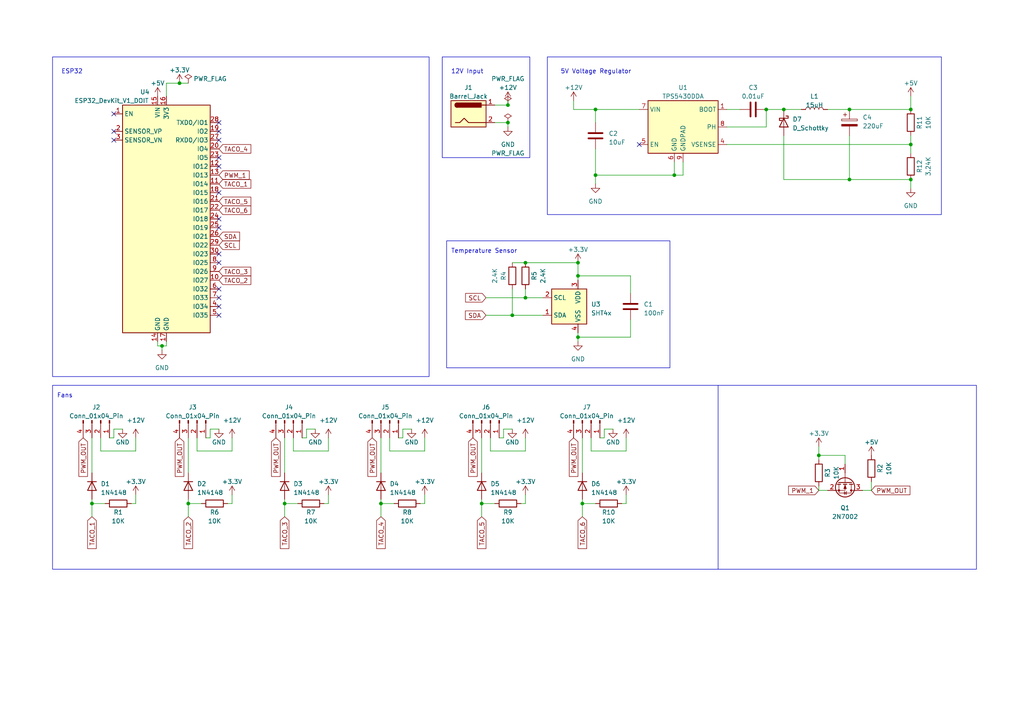
<source format=kicad_sch>
(kicad_sch (version 20230121) (generator eeschema)
  (paper "A4")
  (title_block (title "ESP Fan Controller") (date "2023-04-21") (rev "1.0"))
  (lib_symbols
    (symbol "Connector:Barrel_Jack" (pin_names (offset 1.016))
      (property "Reference" "J" (at 0 5.334 0))
      (property "Value" "Barrel_Jack" (at 0 -5.08 0))
      (symbol "Barrel_Jack_0_1"
        (rectangle (start -5.08 3.81) (end 5.08 -3.81) (stroke (width 0.254)) (fill (type background)))
        (arc (start -3.302 3.175) (mid -3.9343 2.54) (end -3.302 1.905) (stroke (width 0.254)))
        (arc (start -3.302 3.175) (mid -3.9343 2.54) (end -3.302 1.905) (stroke (width 0.254)) (fill (type outline)))
        (polyline (pts (xy 5.08 2.54) (xy 3.81 2.54)) (stroke (width 0.254)))
        (polyline (pts (xy -3.81 -2.54) (xy -2.54 -2.54) (xy -1.27 -1.27) (xy 0 -2.54) (xy 2.54 -2.54) (xy 5.08 -2.54)) (stroke (width 0.254)))
        (rectangle (start 3.683 3.175) (end -3.302 1.905) (stroke (width 0.254)) (fill (type outline)))
      )
      (symbol "Barrel_Jack_1_1"
        (pin passive line (at 7.62 2.54 180) (length 2.54) (name "~") (number "1"))
        (pin passive line (at 7.62 -2.54 180) (length 2.54) (name "~") (number "2"))
      )
    )
    (symbol "Connector:Conn_01x04_Pin" (pin_names (offset 1.016) hide)
      (property "Reference" "J" (at 0 5.08 0))
      (property "Value" "Conn_01x04_Pin" (at 0 -7.62 0))
      (symbol "Conn_01x04_Pin_1_1"
        (polyline (pts (xy 1.27 -5.08) (xy 0.8636 -5.08)) (stroke (width 0.1524)))
        (polyline (pts (xy 1.27 -2.54) (xy 0.8636 -2.54)) (stroke (width 0.1524)))
        (polyline (pts (xy 1.27 0) (xy 0.8636 0)) (stroke (width 0.1524)))
        (polyline (pts (xy 1.27 2.54) (xy 0.8636 2.54)) (stroke (width 0.1524)))
        (rectangle (start 0.8636 -4.953) (end 0 -5.207) (stroke (width 0.1524)) (fill (type outline)))
        (rectangle (start 0.8636 -2.413) (end 0 -2.667) (stroke (width 0.1524)) (fill (type outline)))
        (rectangle (start 0.8636 0.127) (end 0 -0.127) (stroke (width 0.1524)) (fill (type outline)))
        (rectangle (start 0.8636 2.667) (end 0 2.413) (stroke (width 0.1524)) (fill (type outline)))
        (pin passive line (at 5.08 2.54 180) (length 3.81) (name "Pin_1") (number "1"))
        (pin passive line (at 5.08 0 180) (length 3.81) (name "Pin_2") (number "2"))
        (pin passive line (at 5.08 -2.54 180) (length 3.81) (name "Pin_3") (number "3"))
        (pin passive line (at 5.08 -5.08 180) (length 3.81) (name "Pin_4") (number "4"))
      )
    )
    (symbol "Device:C" (pin_numbers hide) (pin_names (offset 0.254))
      (property "Reference" "C" (at 0.635 2.54 0))
      (property "Value" "C" (at 0.635 -2.54 0))
      (symbol "C_0_1"
        (polyline (pts (xy -2.032 -0.762) (xy 2.032 -0.762)) (stroke (width 0.508)))
        (polyline (pts (xy -2.032 0.762) (xy 2.032 0.762)) (stroke (width 0.508)))
      )
      (symbol "C_1_1"
        (pin passive line (at 0 3.81 270) (length 2.794) (name "~") (number "1"))
        (pin passive line (at 0 -3.81 90) (length 2.794) (name "~") (number "2"))
      )
    )
    (symbol "Device:C_Polarized" (pin_numbers hide) (pin_names (offset 0.254))
      (property "Reference" "C" (at 0.635 2.54 0))
      (property "Value" "C_Polarized" (at 0.635 -2.54 0))
      (symbol "C_Polarized_0_1"
        (rectangle (start -2.286 0.508) (end 2.286 1.016))
        (polyline (pts (xy -1.778 2.286) (xy -0.762 2.286)))
        (polyline (pts (xy -1.27 2.794) (xy -1.27 1.778)))
        (rectangle (start 2.286 -0.508) (end -2.286 -1.016) (fill (type outline)))
      )
      (symbol "C_Polarized_1_1"
        (pin passive line (at 0 3.81 270) (length 2.794) (name "~") (number "1"))
        (pin passive line (at 0 -3.81 90) (length 2.794) (name "~") (number "2"))
      )
    )
    (symbol "Device:D_Schottky" (pin_numbers hide) (pin_names (offset 1.016) hide)
      (property "Reference" "D" (at 0 2.54 0))
      (property "Value" "D_Schottky" (at 0 -2.54 0))
      (symbol "D_Schottky_0_1"
        (polyline (pts (xy 1.27 0) (xy -1.27 0)))
        (polyline (pts (xy 1.27 1.27) (xy 1.27 -1.27) (xy -1.27 0) (xy 1.27 1.27)) (stroke (width 0.254)))
        (polyline (pts (xy -1.905 0.635) (xy -1.905 1.27) (xy -1.27 1.27) (xy -1.27 -1.27) (xy -0.635 -1.27) (xy -0.635 -0.635)) (stroke (width 0.254)))
      )
      (symbol "D_Schottky_1_1"
        (pin passive line (at -3.81 0 0) (length 2.54) (name "K") (number "1"))
        (pin passive line (at 3.81 0 180) (length 2.54) (name "A") (number "2"))
      )
    )
    (symbol "Device:L" (pin_numbers hide) (pin_names (offset 1.016) hide)
      (property "Reference" "L" (at -1.27 0 90))
      (property "Value" "L" (at 1.905 0 90))
      (symbol "L_0_1"
        (arc (start 0 -2.54) (mid 0.6323 -1.905) (end 0 -1.27))
        (arc (start 0 -1.27) (mid 0.6323 -0.635) (end 0 0))
        (arc (start 0 0) (mid 0.6323 0.635) (end 0 1.27))
        (arc (start 0 1.27) (mid 0.6323 1.905) (end 0 2.54))
      )
      (symbol "L_1_1"
        (pin passive line (at 0 3.81 270) (length 1.27) (name "1") (number "1"))
        (pin passive line (at 0 -3.81 90) (length 1.27) (name "2") (number "2"))
      )
    )
    (symbol "Device:R" (pin_numbers hide) (pin_names (offset 0))
      (property "Reference" "R" (at 2.032 0 90))
      (property "Value" "R" (at 0 0 90))
      (symbol "R_0_1"
        (rectangle (start -1.016 -2.54) (end 1.016 2.54) (stroke (width 0.254)))
      )
      (symbol "R_1_1"
        (pin passive line (at 0 3.81 270) (length 1.27) (name "~") (number "1"))
        (pin passive line (at 0 -3.81 90) (length 1.27) (name "~") (number "2"))
      )
    )
    (symbol "Diode:1N4148" (pin_numbers hide) (pin_names hide)
      (property "Reference" "D" (at 0 2.54 0))
      (property "Value" "1N4148" (at 0 -2.54 0))
      (symbol "1N4148_0_1"
        (polyline (pts (xy -1.27 1.27) (xy -1.27 -1.27)) (stroke (width 0.254)))
        (polyline (pts (xy 1.27 0) (xy -1.27 0)))
        (polyline (pts (xy 1.27 1.27) (xy 1.27 -1.27) (xy -1.27 0) (xy 1.27 1.27)) (stroke (width 0.254)))
      )
      (symbol "1N4148_1_1"
        (pin passive line (at -3.81 0 0) (length 2.54) (name "K") (number "1"))
        (pin passive line (at 3.81 0 180) (length 2.54) (name "A") (number "2"))
      )
    )
    (symbol "ESP32:ESP32_DevKit_V1_DOIT"
      (property "Reference" "U" (at -11.43 34.29 0))
      (property "Value" "ESP32_DevKit_V1_DOIT" (at 11.43 34.29 0))
      (symbol "ESP32_DevKit_V1_DOIT_1_1"
        (rectangle (start -12.7 33.02) (end 12.7 -33.02) (stroke (width 0.254)) (fill (type background)))
        (pin input line (at -15.24 30.48 0) (length 2.54) (name "EN") (number "1"))
        (pin bidirectional line (at 15.24 -17.78 180) (length 2.54) (name "IO27") (number "10"))
        (pin bidirectional line (at 15.24 10.16 180) (length 2.54) (name "IO14") (number "11"))
        (pin bidirectional line (at 15.24 15.24 180) (length 2.54) (name "IO12") (number "12"))
        (pin bidirectional line (at 15.24 12.7 180) (length 2.54) (name "IO13") (number "13"))
        (pin power_in line (at -2.54 -35.56 90) (length 2.54) (name "GND") (number "14"))
        (pin power_in line (at -2.54 35.56 270) (length 2.54) (name "VIN") (number "15"))
        (pin power_in line (at 0 35.56 270) (length 2.54) (name "3V3") (number "16"))
        (pin power_in line (at 0 -35.56 90) (length 2.54) (name "GND") (number "17"))
        (pin bidirectional line (at 15.24 7.62 180) (length 2.54) (name "IO15") (number "18"))
        (pin bidirectional line (at 15.24 25.4 180) (length 2.54) (name "IO2") (number "19"))
        (pin input line (at -15.24 25.4 0) (length 2.54) (name "SENSOR_VP") (number "2"))
        (pin bidirectional line (at 15.24 20.32 180) (length 2.54) (name "IO4") (number "20"))
        (pin bidirectional line (at 15.24 5.08 180) (length 2.54) (name "IO16") (number "21"))
        (pin bidirectional line (at 15.24 2.54 180) (length 2.54) (name "IO17") (number "22"))
        (pin bidirectional line (at 15.24 17.78 180) (length 2.54) (name "IO5") (number "23"))
        (pin bidirectional line (at 15.24 0 180) (length 2.54) (name "IO18") (number "24"))
        (pin bidirectional line (at 15.24 -2.54 180) (length 2.54) (name "IO19") (number "25"))
        (pin bidirectional line (at 15.24 -5.08 180) (length 2.54) (name "IO21") (number "26"))
        (pin bidirectional line (at 15.24 22.86 180) (length 2.54) (name "RXD0/IO3") (number "27"))
        (pin bidirectional line (at 15.24 27.94 180) (length 2.54) (name "TXD0/IO1") (number "28"))
        (pin bidirectional line (at 15.24 -7.62 180) (length 2.54) (name "IO22") (number "29"))
        (pin input line (at -15.24 22.86 0) (length 2.54) (name "SENSOR_VN") (number "3"))
        (pin bidirectional line (at 15.24 -10.16 180) (length 2.54) (name "IO23") (number "30"))
        (pin input line (at 15.24 -25.4 180) (length 2.54) (name "IO34") (number "4"))
        (pin input line (at 15.24 -27.94 180) (length 2.54) (name "IO35") (number "5"))
        (pin bidirectional line (at 15.24 -20.32 180) (length 2.54) (name "IO32") (number "6"))
        (pin bidirectional line (at 15.24 -22.86 180) (length 2.54) (name "IO33") (number "7"))
        (pin bidirectional line (at 15.24 -12.7 180) (length 2.54) (name "IO25") (number "8"))
        (pin bidirectional line (at 15.24 -15.24 180) (length 2.54) (name "IO26") (number "9"))
      )
    )
    (symbol "Regulator_Switching:TPS5430DDA"
      (property "Reference" "U" (at -10.16 8.89 0))
      (property "Value" "TPS5430DDA" (at -1.27 8.89 0))
      (symbol "TPS5430DDA_0_1"
        (rectangle (start -10.16 7.62) (end 10.16 -7.62) (stroke (width 0.254)) (fill (type background)))
      )
      (symbol "TPS5430DDA_1_1"
        (pin input line (at 12.7 5.08 180) (length 2.54) (name "BOOT") (number "1"))
        (pin no_connect line (at -10.16 2.54 0) (length 2.54) hide (name "NC") (number "2"))
        (pin no_connect line (at -10.16 -2.54 0) (length 2.54) hide (name "NC") (number "3"))
        (pin input line (at 12.7 -5.08 180) (length 2.54) (name "VSENSE") (number "4"))
        (pin input line (at -12.7 -5.08 0) (length 2.54) (name "EN") (number "5"))
        (pin power_in line (at -2.54 -10.16 90) (length 2.54) (name "GND") (number "6"))
        (pin power_in line (at -12.7 5.08 0) (length 2.54) (name "VIN") (number "7"))
        (pin output line (at 12.7 0 180) (length 2.54) (name "PH") (number "8"))
        (pin power_in line (at 0 -10.16 90) (length 2.54) (name "GNDPAD") (number "9"))
      )
    )
    (symbol "Sensor_Humidity:SHT4x"
      (property "Reference" "U" (at 0 8.89 0))
      (property "Value" "SHT4x" (at 0 6.35 0))
      (symbol "SHT4x_1_1"
        (rectangle (start -5.08 5.08) (end 5.08 -5.08) (stroke (width 0.254)) (fill (type background)))
        (pin bidirectional line (at -7.62 -2.54 0) (length 2.54) (name "SDA") (number "1"))
        (pin input line (at -7.62 2.54 0) (length 2.54) (name "SCL") (number "2"))
        (pin power_in line (at 2.54 7.62 270) (length 2.54) (name "VDD") (number "3"))
        (pin power_in line (at 2.54 -7.62 90) (length 2.54) (name "VSS") (number "4"))
      )
    )
    (symbol "Transistor_FET:2N7002" (pin_names hide)
      (property "Reference" "Q" (at 5.08 1.905 0))
      (property "Value" "2N7002" (at 5.08 0 0))
      (symbol "2N7002_0_1"
        (polyline (pts (xy 0.254 0) (xy -2.54 0)))
        (polyline (pts (xy 0.254 1.905) (xy 0.254 -1.905)) (stroke (width 0.254)))
        (polyline (pts (xy 0.762 -1.27) (xy 0.762 -2.286)) (stroke (width 0.254)))
        (polyline (pts (xy 0.762 0.508) (xy 0.762 -0.508)) (stroke (width 0.254)))
        (polyline (pts (xy 0.762 2.286) (xy 0.762 1.27)) (stroke (width 0.254)))
        (polyline (pts (xy 2.54 2.54) (xy 2.54 1.778)))
        (polyline (pts (xy 2.54 -2.54) (xy 2.54 0) (xy 0.762 0)))
        (polyline (pts (xy 0.762 -1.778) (xy 3.302 -1.778) (xy 3.302 1.778) (xy 0.762 1.778)))
        (polyline (pts (xy 1.016 0) (xy 2.032 0.381) (xy 2.032 -0.381) (xy 1.016 0)) (fill (type outline)))
        (polyline (pts (xy 2.794 0.508) (xy 2.921 0.381) (xy 3.683 0.381) (xy 3.81 0.254)))
        (polyline (pts (xy 3.302 0.381) (xy 2.921 -0.254) (xy 3.683 -0.254) (xy 3.302 0.381)))
        (circle (center 1.651 0) (radius 2.794) (stroke (width 0.254)))
        (circle (center 2.54 -1.778) (radius 0.254) (fill (type outline)))
        (circle (center 2.54 1.778) (radius 0.254) (fill (type outline)))
      )
      (symbol "2N7002_1_1"
        (pin input line (at -5.08 0 0) (length 2.54) (name "G") (number "1"))
        (pin passive line (at 2.54 -5.08 90) (length 2.54) (name "S") (number "2"))
        (pin passive line (at 2.54 5.08 270) (length 2.54) (name "D") (number "3"))
      )
    )
    (symbol "power:+12V" (power) (pin_names (offset 0))
      (property "Value" "+12V" (at 0 3.556 0))
      (symbol "+12V_0_1"
        (polyline (pts (xy -0.762 1.27) (xy 0 2.54)))
        (polyline (pts (xy 0 0) (xy 0 2.54)))
        (polyline (pts (xy 0 2.54) (xy 0.762 1.27)))
      )
      (symbol "+12V_1_1"
        (pin power_in line (at 0 0 90) (length 0) hide (name "+12V") (number "1"))
      )
    )
    (symbol "power:+3.3V" (power) (pin_names (offset 0))
      (property "Value" "+3.3V" (at 0 3.556 0))
      (symbol "+3.3V_0_1"
        (polyline (pts (xy -0.762 1.27) (xy 0 2.54)))
        (polyline (pts (xy 0 0) (xy 0 2.54)))
        (polyline (pts (xy 0 2.54) (xy 0.762 1.27)))
      )
      (symbol "+3.3V_1_1"
        (pin power_in line (at 0 0 90) (length 0) hide (name "+3.3V") (number "1"))
      )
    )
    (symbol "power:+5V" (power) (pin_names (offset 0))
      (property "Value" "+5V" (at 0 3.556 0))
      (symbol "+5V_0_1"
        (polyline (pts (xy -0.762 1.27) (xy 0 2.54)))
        (polyline (pts (xy 0 0) (xy 0 2.54)))
        (polyline (pts (xy 0 2.54) (xy 0.762 1.27)))
      )
      (symbol "+5V_1_1"
        (pin power_in line (at 0 0 90) (length 0) hide (name "+5V") (number "1"))
      )
    )
    (symbol "power:GND" (power) (pin_names (offset 0))
      (property "Value" "GND" (at 0 -3.81 0))
      (symbol "GND_0_1"
        (polyline (pts (xy 0 0) (xy 0 -1.27) (xy 1.27 -1.27) (xy 0 -2.54) (xy -1.27 -1.27) (xy 0 -1.27)))
      )
      (symbol "GND_1_1"
        (pin power_in line (at 0 0 270) (length 0) hide (name "GND") (number "1"))
      )
    )
    (symbol "power:PWR_FLAG" (power) (pin_numbers hide) (pin_names (offset 0) hide)
      (property "Value" "PWR_FLAG" (at 0 3.81 0))
      (symbol "PWR_FLAG_0_0"
        (pin power_out line (at 0 0 90) (length 0) (name "pwr") (number "1"))
      )
      (symbol "PWR_FLAG_0_1"
        (polyline (pts (xy 0 0) (xy 0 1.27) (xy -1.016 1.905) (xy 0 2.54) (xy 1.016 1.905) (xy 0 1.27)))
      )
    )
  )
  (junction (at 54.61 146.05))
  (junction (at 168.91 146.05))
  (junction (at 167.64 97.79))
  (junction (at 82.55 146.05))
  (junction (at 148.59 91.44))
  (junction (at 172.72 50.8))
  (junction (at 264.16 52.07))
  (junction (at 264.16 31.75))
  (junction (at 237.49 132.08))
  (junction (at 167.64 76.2))
  (junction (at 147.32 30.48))
  (junction (at 46.99 100.33))
  (junction (at 172.72 31.75))
  (junction (at 195.58 50.8))
  (junction (at 139.7 146.05))
  (junction (at 152.4 86.36))
  (junction (at 152.4 76.2))
  (junction (at 246.38 52.07))
  (junction (at 264.16 41.91))
  (junction (at 147.32 35.56))
  (junction (at 52.07 24.13))
  (junction (at 167.64 80.01))
  (junction (at 227.33 31.75))
  (junction (at 222.25 31.75))
  (junction (at 246.38 31.75))
  (junction (at 26.67 146.05))
  (junction (at 110.49 146.05))
  (no_connect (at 63.5 40.64))
  (no_connect (at 63.5 35.56))
  (no_connect (at 63.5 86.36))
  (no_connect (at 33.02 38.1))
  (no_connect (at 63.5 66.04))
  (no_connect (at 63.5 76.2))
  (no_connect (at 33.02 33.02))
  (no_connect (at 185.42 41.91))
  (no_connect (at 33.02 40.64))
  (no_connect (at 63.5 45.72))
  (no_connect (at 63.5 63.5))
  (no_connect (at 63.5 83.82))
  (no_connect (at 63.5 73.66))
  (no_connect (at 63.5 91.44))
  (no_connect (at 63.5 48.26))
  (no_connect (at 63.5 55.88))
  (no_connect (at 63.5 88.9))
  (no_connect (at 63.5 38.1))
  (wire (pts (xy 139.7 127) (xy 139.7 137.16)))
  (wire (pts (xy 48.26 99.06) (xy 48.26 100.33)))
  (wire (pts (xy 140.97 91.44) (xy 148.59 91.44)))
  (wire (pts (xy 237.49 132.08) (xy 237.49 133.35)))
  (wire (pts (xy 63.5 124.46) (xy 60.96 124.46)))
  (wire (pts (xy 152.4 143.51) (xy 152.4 146.05)))
  (wire (pts (xy 172.72 31.75) (xy 185.42 31.75)))
  (wire (pts (xy 152.4 83.82) (xy 152.4 86.36)))
  (wire (pts (xy 110.49 146.05) (xy 110.49 149.86)))
  (wire (pts (xy 198.12 50.8) (xy 195.58 50.8)))
  (wire (pts (xy 148.59 124.46) (xy 146.05 124.46)))
  (wire (pts (xy 88.9 124.46) (xy 88.9 127)))
  (polyline (pts (xy 208.28 111.76) (xy 208.28 165.1)))
  (wire (pts (xy 245.11 134.62) (xy 245.11 132.08)))
  (wire (pts (xy 237.49 142.24) (xy 240.03 142.24)))
  (wire (pts (xy 119.38 124.46) (xy 116.84 124.46)))
  (wire (pts (xy 227.33 31.75) (xy 232.41 31.75)))
  (wire (pts (xy 264.16 41.91) (xy 264.16 44.45)))
  (wire (pts (xy 82.55 127) (xy 82.55 137.16)))
  (wire (pts (xy 222.25 36.83) (xy 222.25 31.75)))
  (wire (pts (xy 26.67 146.05) (xy 26.67 149.86)))
  (wire (pts (xy 60.96 124.46) (xy 60.96 127)))
  (wire (pts (xy 82.55 146.05) (xy 86.36 146.05)))
  (wire (pts (xy 227.33 39.37) (xy 227.33 52.07)))
  (wire (pts (xy 264.16 52.07) (xy 264.16 54.61)))
  (wire (pts (xy 210.82 41.91) (xy 264.16 41.91)))
  (wire (pts (xy 148.59 91.44) (xy 157.48 91.44)))
  (wire (pts (xy 66.04 146.05) (xy 67.31 146.05)))
  (wire (pts (xy 168.91 144.78) (xy 168.91 146.05)))
  (wire (pts (xy 252.73 142.24) (xy 252.73 139.7)))
  (wire (pts (xy 54.61 146.05) (xy 54.61 149.86)))
  (wire (pts (xy 29.21 130.81) (xy 39.37 130.81)))
  (wire (pts (xy 38.1 146.05) (xy 39.37 146.05)))
  (wire (pts (xy 171.45 130.81) (xy 181.61 130.81)))
  (wire (pts (xy 210.82 36.83) (xy 222.25 36.83)))
  (wire (pts (xy 91.44 124.46) (xy 88.9 124.46)))
  (wire (pts (xy 26.67 127) (xy 26.67 137.16)))
  (wire (pts (xy 147.32 35.56) (xy 147.32 36.83)))
  (wire (pts (xy 264.16 39.37) (xy 264.16 41.91)))
  (wire (pts (xy 167.64 76.2) (xy 167.64 80.01)))
  (wire (pts (xy 48.26 100.33) (xy 46.99 100.33)))
  (wire (pts (xy 175.26 124.46) (xy 175.26 127)))
  (wire (pts (xy 168.91 146.05) (xy 172.72 146.05)))
  (wire (pts (xy 82.55 144.78) (xy 82.55 146.05)))
  (wire (pts (xy 26.67 144.78) (xy 26.67 146.05)))
  (wire (pts (xy 113.03 127) (xy 113.03 130.81)))
  (wire (pts (xy 142.24 127) (xy 142.24 130.81)))
  (wire (pts (xy 171.45 127) (xy 171.45 130.81)))
  (wire (pts (xy 139.7 146.05) (xy 143.51 146.05)))
  (wire (pts (xy 54.61 144.78) (xy 54.61 146.05)))
  (wire (pts (xy 54.61 146.05) (xy 58.42 146.05)))
  (wire (pts (xy 195.58 46.99) (xy 195.58 50.8)))
  (wire (pts (xy 26.67 146.05) (xy 30.48 146.05)))
  (wire (pts (xy 48.26 24.13) (xy 52.07 24.13)))
  (wire (pts (xy 167.64 80.01) (xy 167.64 81.28)))
  (wire (pts (xy 167.64 80.01) (xy 182.88 80.01)))
  (wire (pts (xy 210.82 31.75) (xy 214.63 31.75)))
  (wire (pts (xy 250.19 142.24) (xy 252.73 142.24)))
  (wire (pts (xy 39.37 143.51) (xy 39.37 146.05)))
  (wire (pts (xy 148.59 83.82) (xy 148.59 91.44)))
  (wire (pts (xy 182.88 85.09) (xy 182.88 80.01)))
  (wire (pts (xy 152.4 127) (xy 152.4 130.81)))
  (wire (pts (xy 198.12 46.99) (xy 198.12 50.8)))
  (wire (pts (xy 177.8 124.46) (xy 175.26 124.46)))
  (wire (pts (xy 142.24 130.81) (xy 152.4 130.81)))
  (wire (pts (xy 85.09 127) (xy 85.09 130.81)))
  (wire (pts (xy 60.96 127) (xy 59.69 127)))
  (wire (pts (xy 167.64 97.79) (xy 167.64 99.06)))
  (wire (pts (xy 82.55 146.05) (xy 82.55 149.86)))
  (wire (pts (xy 139.7 144.78) (xy 139.7 146.05)))
  (wire (pts (xy 182.88 97.79) (xy 167.64 97.79)))
  (wire (pts (xy 45.72 99.06) (xy 45.72 100.33)))
  (wire (pts (xy 152.4 86.36) (xy 157.48 86.36)))
  (wire (pts (xy 33.02 124.46) (xy 33.02 127)))
  (wire (pts (xy 123.19 127) (xy 123.19 130.81)))
  (wire (pts (xy 181.61 127) (xy 181.61 130.81)))
  (wire (pts (xy 146.05 127) (xy 144.78 127)))
  (wire (pts (xy 172.72 43.18) (xy 172.72 50.8)))
  (wire (pts (xy 152.4 76.2) (xy 167.64 76.2)))
  (wire (pts (xy 146.05 124.46) (xy 146.05 127)))
  (wire (pts (xy 140.97 86.36) (xy 152.4 86.36)))
  (wire (pts (xy 57.15 130.81) (xy 67.31 130.81)))
  (wire (pts (xy 246.38 39.37) (xy 246.38 52.07)))
  (wire (pts (xy 33.02 127) (xy 31.75 127)))
  (wire (pts (xy 85.09 130.81) (xy 95.25 130.81)))
  (wire (pts (xy 237.49 140.97) (xy 237.49 142.24)))
  (wire (pts (xy 95.25 127) (xy 95.25 130.81)))
  (wire (pts (xy 264.16 27.94) (xy 264.16 31.75)))
  (wire (pts (xy 57.15 127) (xy 57.15 130.81)))
  (wire (pts (xy 93.98 146.05) (xy 95.25 146.05)))
  (wire (pts (xy 48.26 27.94) (xy 48.26 24.13)))
  (wire (pts (xy 52.07 24.13) (xy 54.61 24.13)))
  (wire (pts (xy 110.49 127) (xy 110.49 137.16)))
  (wire (pts (xy 88.9 127) (xy 87.63 127)))
  (wire (pts (xy 54.61 127) (xy 54.61 137.16)))
  (wire (pts (xy 182.88 92.71) (xy 182.88 97.79)))
  (wire (pts (xy 143.51 35.56) (xy 147.32 35.56)))
  (wire (pts (xy 148.59 76.2) (xy 152.4 76.2)))
  (wire (pts (xy 113.03 130.81) (xy 123.19 130.81)))
  (wire (pts (xy 110.49 146.05) (xy 114.3 146.05)))
  (wire (pts (xy 222.25 31.75) (xy 227.33 31.75)))
  (wire (pts (xy 195.58 50.8) (xy 172.72 50.8)))
  (wire (pts (xy 116.84 127) (xy 115.57 127)))
  (wire (pts (xy 143.51 30.48) (xy 147.32 30.48)))
  (wire (pts (xy 245.11 132.08) (xy 237.49 132.08)))
  (wire (pts (xy 67.31 127) (xy 67.31 130.81)))
  (wire (pts (xy 180.34 146.05) (xy 181.61 146.05)))
  (wire (pts (xy 67.31 143.51) (xy 67.31 146.05)))
  (wire (pts (xy 168.91 146.05) (xy 168.91 149.86)))
  (wire (pts (xy 246.38 52.07) (xy 264.16 52.07)))
  (wire (pts (xy 35.56 124.46) (xy 33.02 124.46)))
  (wire (pts (xy 237.49 129.54) (xy 237.49 132.08)))
  (wire (pts (xy 123.19 143.51) (xy 123.19 146.05)))
  (wire (pts (xy 39.37 127) (xy 39.37 130.81)))
  (wire (pts (xy 181.61 143.51) (xy 181.61 146.05)))
  (wire (pts (xy 95.25 143.51) (xy 95.25 146.05)))
  (wire (pts (xy 240.03 31.75) (xy 246.38 31.75)))
  (wire (pts (xy 166.37 31.75) (xy 172.72 31.75)))
  (wire (pts (xy 166.37 29.21) (xy 166.37 31.75)))
  (wire (pts (xy 110.49 144.78) (xy 110.49 146.05)))
  (wire (pts (xy 46.99 100.33) (xy 46.99 101.6)))
  (wire (pts (xy 172.72 35.56) (xy 172.72 31.75)))
  (wire (pts (xy 227.33 52.07) (xy 246.38 52.07)))
  (wire (pts (xy 168.91 127) (xy 168.91 137.16)))
  (wire (pts (xy 116.84 124.46) (xy 116.84 127)))
  (wire (pts (xy 45.72 100.33) (xy 46.99 100.33)))
  (wire (pts (xy 121.92 146.05) (xy 123.19 146.05)))
  (wire (pts (xy 246.38 31.75) (xy 264.16 31.75)))
  (wire (pts (xy 167.64 96.52) (xy 167.64 97.79)))
  (wire (pts (xy 147.32 30.48) (xy 147.32 29.21)))
  (wire (pts (xy 29.21 127) (xy 29.21 130.81)))
  (wire (pts (xy 151.13 146.05) (xy 152.4 146.05)))
  (wire (pts (xy 175.26 127) (xy 173.99 127)))
  (wire (pts (xy 172.72 50.8) (xy 172.72 53.34)))
  (wire (pts (xy 139.7 146.05) (xy 139.7 149.86)))
  (rectangle (start 158.75 16.51) (end 273.05 62.23))
  (rectangle (start 129.54 69.85) (end 194.31 106.68))
  (rectangle (start 15.24 16.51) (end 124.46 109.22))
  (rectangle (start 15.24 111.76) (end 283.21 165.1))
  (rectangle (start 128.27 16.51) (end 153.67 45.72))
  (text "5V Voltage Regulator" (at 162.56 21.59 0) (effects (font (size 1.27 1.27)) (justify left bottom)))
  (text "Fans" (at 16.51 115.57 0) (effects (font (size 1.27 1.27)) (justify left bottom)))
  (text "ESP32" (at 17.78 21.59 0) (effects (font (size 1.27 1.27)) (justify left bottom)))
  (text "12V Input" (at 130.81 21.59 0) (effects (font (size 1.27 1.27)) (justify left bottom)))
  (text "Temperature Sensor" (at 130.81 73.66 0) (effects (font (size 1.27 1.27)) (justify left bottom)))
  (global_label "TACO_2" (shape input) (at 63.5 81.28 0) (property "Intersheetrefs" "${INTERSHEET_REFS}" (effects hide)))
  (global_label "PWM_OUT" (shape input) (at 24.13 127 270) (property "Intersheetrefs" "${INTERSHEET_REFS}" (effects hide)))
  (global_label "PWM_1" (shape input) (at 63.5 50.8 0) (property "Intersheetrefs" "${INTERSHEET_REFS}" (effects hide)))
  (global_label "SDA" (shape input) (at 63.5 68.58 0) (property "Intersheetrefs" "${INTERSHEET_REFS}" (effects hide)))
  (global_label "PWM_OUT" (shape input) (at 166.37 127 270) (property "Intersheetrefs" "${INTERSHEET_REFS}" (effects hide)))
  (global_label "SDA" (shape input) (at 140.97 91.44 180) (property "Intersheetrefs" "${INTERSHEET_REFS}" (effects hide)))
  (global_label "TACO_1" (shape input) (at 63.5 53.34 0) (property "Intersheetrefs" "${INTERSHEET_REFS}" (effects hide)))
  (global_label "PWM_OUT" (shape input) (at 107.95 127 270) (property "Intersheetrefs" "${INTERSHEET_REFS}" (effects hide)))
  (global_label "TACO_5" (shape input) (at 139.7 149.86 270) (property "Intersheetrefs" "${INTERSHEET_REFS}" (effects hide)))
  (global_label "TACO_6" (shape input) (at 168.91 149.86 270) (property "Intersheetrefs" "${INTERSHEET_REFS}" (effects hide)))
  (global_label "PWM_OUT" (shape input) (at 52.07 127 270) (property "Intersheetrefs" "${INTERSHEET_REFS}" (effects hide)))
  (global_label "PWM_OUT" (shape input) (at 137.16 127 270) (property "Intersheetrefs" "${INTERSHEET_REFS}" (effects hide)))
  (global_label "SCL" (shape input) (at 140.97 86.36 180) (property "Intersheetrefs" "${INTERSHEET_REFS}" (effects hide)))
  (global_label "TACO_4" (shape input) (at 63.5 43.18 0) (property "Intersheetrefs" "${INTERSHEET_REFS}" (effects hide)))
  (global_label "TACO_6" (shape input) (at 63.5 60.96 0) (property "Intersheetrefs" "${INTERSHEET_REFS}" (effects hide)))
  (global_label "PWM_OUT" (shape input) (at 80.01 127 270) (property "Intersheetrefs" "${INTERSHEET_REFS}" (effects hide)))
  (global_label "PWM_1" (shape input) (at 237.49 142.24 180) (property "Intersheetrefs" "${INTERSHEET_REFS}" (effects hide)))
  (global_label "TACO_2" (shape input) (at 54.61 149.86 270) (property "Intersheetrefs" "${INTERSHEET_REFS}" (effects hide)))
  (global_label "TACO_3" (shape input) (at 82.55 149.86 270) (property "Intersheetrefs" "${INTERSHEET_REFS}" (effects hide)))
  (global_label "TACO_3" (shape input) (at 63.5 78.74 0) (property "Intersheetrefs" "${INTERSHEET_REFS}" (effects hide)))
  (global_label "PWM_OUT" (shape input) (at 252.73 142.24 0) (property "Intersheetrefs" "${INTERSHEET_REFS}" (effects hide)))
  (global_label "TACO_1" (shape input) (at 26.67 149.86 270) (property "Intersheetrefs" "${INTERSHEET_REFS}" (effects hide)))
  (global_label "TACO_5" (shape input) (at 63.5 58.42 0) (property "Intersheetrefs" "${INTERSHEET_REFS}" (effects hide)))
  (global_label "SCL" (shape input) (at 63.5 71.12 0) (property "Intersheetrefs" "${INTERSHEET_REFS}" (effects hide)))
  (global_label "TACO_4" (shape input) (at 110.49 149.86 270) (property "Intersheetrefs" "${INTERSHEET_REFS}" (effects hide)))
  (symbol (lib_id "power:GND") (at 147.32 36.83 0) (unit 1)
    (property "Reference" "#PWR012" (effects hide))
    (property "Value" "GND" (at 147.32 41.91 0))
  )
  (symbol (lib_id "Device:R") (at 264.16 48.26 180) (unit 1)
    (property "Reference" "R12" (at 266.7 48.26 90))
    (property "Value" "3.24K" (at 269.24 48.26 90))
    (property "Footprint" "Resistor_SMD:R_0603_1608Metric" (effects hide))
  )
  (symbol (lib_id "Connector:Conn_01x04_Pin") (at 57.15 121.92 270) (unit 1)
    (property "Reference" "J3" (at 55.88 118.11 90))
    (property "Value" "Conn_01x04_Pin" (at 55.88 120.65 90))
    (property "Footprint" "Connector_Molex:Molex_KK-254_AE-6410-04A_1x04_P2.54mm_Vertical" (effects hide))
  )
  (symbol (lib_id "Connector:Conn_01x04_Pin") (at 85.09 121.92 270) (unit 1)
    (property "Reference" "J4" (at 83.82 118.11 90))
    (property "Value" "Conn_01x04_Pin" (at 83.82 120.65 90))
    (property "Footprint" "Connector_Molex:Molex_KK-254_AE-6410-04A_1x04_P2.54mm_Vertical" (effects hide))
  )
  (symbol (lib_id "power:+3.3V") (at 123.19 143.51 0) (unit 1)
    (property "Reference" "#PWR025" (effects hide))
    (property "Value" "+3.3V" (at 123.19 139.7 0))
  )
  (symbol (lib_id "Device:R") (at 264.16 35.56 180) (unit 1)
    (property "Reference" "R11" (at 266.7 35.56 90))
    (property "Value" "10K" (at 269.24 35.56 90))
    (property "Footprint" "Resistor_SMD:R_0603_1608Metric" (effects hide))
  )
  (symbol (lib_id "power:+3.3V") (at 39.37 143.51 0) (unit 1)
    (property "Reference" "#PWR07" (effects hide))
    (property "Value" "+3.3V" (at 39.37 139.7 0))
  )
  (symbol (lib_id "power:+3.3V") (at 67.31 143.51 0) (unit 1)
    (property "Reference" "#PWR019" (effects hide))
    (property "Value" "+3.3V" (at 67.31 139.7 0))
  )
  (symbol (lib_id "power:+3.3V") (at 95.25 143.51 0) (unit 1)
    (property "Reference" "#PWR022" (effects hide))
    (property "Value" "+3.3V" (at 95.25 139.7 0))
  )
  (symbol (lib_id "power:+12V") (at 166.37 29.21 0) (unit 1)
    (property "Reference" "#PWR01" (effects hide))
    (property "Value" "+12V" (at 166.37 25.4 0))
  )
  (symbol (lib_id "power:+12V") (at 123.19 127 0) (unit 1)
    (property "Reference" "#PWR024" (effects hide))
    (property "Value" "+12V" (at 123.19 121.92 0))
  )
  (symbol (lib_id "Device:R") (at 90.17 146.05 90) (unit 1)
    (property "Reference" "R7" (at 90.17 148.59 90))
    (property "Value" "10K" (at 90.17 151.13 90))
    (property "Footprint" "Resistor_SMD:R_0603_1608Metric" (effects hide))
  )
  (symbol (lib_id "Sensor_Humidity:SHT4x") (at 165.1 88.9 0) (unit 1)
    (property "Reference" "U3" (at 171.45 88.265 0) (effects (justify left)))
    (property "Value" "SHT4x" (at 171.45 90.805 0) (effects (justify left)))
    (property "Footprint" "Sensor_Humidity:Sensirion_DFN-4_1.5x1.5mm_P0.8mm_SHT4x_NoCentralPad" (effects hide))
    (property "Datasheet" "https://sensirion.com/media/documents/33FD6951/624C4357/Datasheet_SHT4x.pdf" (effects hide))
  )
  (symbol (lib_id "Device:D_Schottky") (at 227.33 35.56 270) (unit 1)
    (property "Reference" "D7" (at 229.87 34.6075 90) (effects (justify left)))
    (property "Value" "D_Schottky" (at 229.87 37.1475 90) (effects (justify left)))
    (property "Footprint" "Diode_SMD:D_SOD-123" (effects hide))
  )
  (symbol (lib_id "power:GND") (at 63.5 124.46 0) (unit 1)
    (property "Reference" "#PWR017" (effects hide))
    (property "Value" "GND" (at 63.5 128.27 0))
  )
  (symbol (lib_id "power:+5V") (at 264.16 27.94 0) (unit 1)
    (property "Reference" "#PWR03" (effects hide))
    (property "Value" "+5V" (at 264.16 24.13 0))
  )
  (symbol (lib_id "power:PWR_FLAG") (at 54.61 24.13 0) (unit 1)
    (property "Reference" "#FLG03" (effects hide))
    (property "Value" "PWR_FLAG" (at 60.96 22.86 0))
  )
  (symbol (lib_id "Device:R") (at 237.49 137.16 180) (unit 1)
    (property "Reference" "R3" (at 240.03 137.16 90))
    (property "Value" "10K" (at 242.57 137.16 90))
    (property "Footprint" "Resistor_SMD:R_0603_1608Metric" (effects hide))
  )
  (symbol (lib_id "power:+12V") (at 147.32 29.21 0) (unit 1)
    (property "Reference" "#PWR013" (effects hide))
    (property "Value" "+12V" (at 147.32 25.4 0))
  )
  (symbol (lib_id "Regulator_Switching:TPS5430DDA") (at 198.12 36.83 0) (unit 1)
    (property "Reference" "U1" (at 198.12 25.4 0))
    (property "Value" "TPS5430DDA" (at 198.12 27.94 0))
    (property "Footprint" "Package_SO:TI_SO-PowerPAD-8_ThermalVias" (effects hide))
    (property "Datasheet" "http://www.ti.com/lit/ds/symlink/tps5430.pdf" (effects hide))
  )
  (symbol (lib_id "Device:C") (at 218.44 31.75 90) (unit 1)
    (property "Reference" "C3" (at 218.44 25.4 90))
    (property "Value" "0.01uF" (at 218.44 27.94 90))
    (property "Footprint" "Capacitor_SMD:C_0603_1608Metric" (effects hide))
  )
  (symbol (lib_id "Diode:1N4148") (at 54.61 140.97 270) (unit 1)
    (property "Reference" "D2" (at 57.15 140.335 90) (effects (justify left)))
    (property "Value" "1N4148" (at 57.15 142.875 90) (effects (justify left)))
    (property "Footprint" "Diode_SMD:D_SOD-123" (effects hide))
    (property "Datasheet" "https://assets.nexperia.com/documents/data-sheet/1N4148_1N4448.pdf" (effects hide))
    (property "Sim.Device" "D" (effects hide))
    (property "Sim.Pins" "1=K 2=A" (effects hide))
  )
  (symbol (lib_id "Diode:1N4148") (at 168.91 140.97 270) (unit 1)
    (property "Reference" "D6" (at 171.45 140.335 90) (effects (justify left)))
    (property "Value" "1N4148" (at 171.45 142.875 90) (effects (justify left)))
    (property "Footprint" "Diode_SMD:D_SOD-123" (effects hide))
    (property "Datasheet" "https://assets.nexperia.com/documents/data-sheet/1N4148_1N4448.pdf" (effects hide))
    (property "Sim.Device" "D" (effects hide))
    (property "Sim.Pins" "1=K 2=A" (effects hide))
  )
  (symbol (lib_id "Connector:Barrel_Jack") (at 135.89 33.02 0) (unit 1)
    (property "Reference" "J1" (at 135.89 25.4 0))
    (property "Value" "Barrel_Jack" (at 135.89 27.94 0))
    (property "Footprint" "Connector_BarrelJack:BarrelJack_Horizontal" (effects hide))
    (property "Sim.Device" "V" (effects hide))
    (property "Sim.Type" "DC" (effects hide))
    (property "Sim.Pins" "1=+ 2=-" (effects hide))
    (property "Sim.Params" "dc=12" (effects hide))
  )
  (symbol (lib_id "Device:R") (at 176.53 146.05 90) (unit 1)
    (property "Reference" "R10" (at 176.53 148.59 90))
    (property "Value" "10K" (at 176.53 151.13 90))
    (property "Footprint" "Resistor_SMD:R_0603_1608Metric" (effects hide))
  )
  (symbol (lib_id "power:+3.3V") (at 167.64 76.2 0) (unit 1)
    (property "Reference" "#PWR010" (effects hide))
    (property "Value" "+3.3V" (at 167.64 72.39 0))
  )
  (symbol (lib_id "power:+3.3V") (at 237.49 129.54 0) (unit 1)
    (property "Reference" "#PWR08" (effects hide))
    (property "Value" "+3.3V" (at 237.49 125.73 0))
  )
  (symbol (lib_id "Device:C") (at 182.88 88.9 0) (unit 1)
    (property "Reference" "C1" (at 186.69 88.265 0) (effects (justify left)))
    (property "Value" "100nF" (at 186.69 90.805 0) (effects (justify left)))
    (property "Footprint" "Capacitor_SMD:C_0603_1608Metric" (effects hide))
  )
  (symbol (lib_id "Connector:Conn_01x04_Pin") (at 29.21 121.92 270) (unit 1)
    (property "Reference" "J2" (at 27.94 118.11 90))
    (property "Value" "Conn_01x04_Pin" (at 27.94 120.65 90))
    (property "Footprint" "Connector_Molex:Molex_KK-254_AE-6410-04A_1x04_P2.54mm_Vertical" (effects hide))
  )
  (symbol (lib_id "Device:R") (at 118.11 146.05 90) (unit 1)
    (property "Reference" "R8" (at 118.11 148.59 90))
    (property "Value" "10K" (at 118.11 151.13 90))
    (property "Footprint" "Resistor_SMD:R_0603_1608Metric" (effects hide))
  )
  (symbol (lib_id "Device:C_Polarized") (at 246.38 35.56 0) (unit 1)
    (property "Reference" "C4" (at 250.19 34.036 0) (effects (justify left)))
    (property "Value" "220uF" (at 250.19 36.576 0) (effects (justify left)))
    (property "Footprint" "Capacitor_Tantalum_SMD:CP_EIA-3528-12_Kemet-T" (effects hide))
  )
  (symbol (lib_id "Transistor_FET:2N7002") (at 245.11 139.7 270) (unit 1)
    (property "Reference" "Q1" (at 245.11 147.32 90))
    (property "Value" "2N7002" (at 245.11 149.86 90))
    (property "Footprint" "Package_TO_SOT_SMD:SOT-23" (effects hide))
    (property "Datasheet" "https://www.onsemi.com/pub/Collateral/NDS7002A-D.PDF" (effects hide))
  )
  (symbol (lib_id "power:+12V") (at 181.61 127 0) (unit 1)
    (property "Reference" "#PWR030" (effects hide))
    (property "Value" "+12V" (at 181.61 121.92 0))
  )
  (symbol (lib_id "power:PWR_FLAG") (at 147.32 30.48 0) (unit 1)
    (property "Reference" "#FLG01" (effects hide))
    (property "Value" "PWR_FLAG" (at 147.32 22.86 0))
  )
  (symbol (lib_id "power:GND") (at 119.38 124.46 0) (unit 1)
    (property "Reference" "#PWR023" (effects hide))
    (property "Value" "GND" (at 119.38 128.27 0))
  )
  (symbol (lib_id "Device:R") (at 252.73 135.89 180) (unit 1)
    (property "Reference" "R2" (at 255.27 135.89 90))
    (property "Value" "10K" (at 257.81 135.89 90))
    (property "Footprint" "Resistor_SMD:R_0603_1608Metric" (effects hide))
  )
  (symbol (lib_id "Device:R") (at 147.32 146.05 90) (unit 1)
    (property "Reference" "R9" (at 147.32 148.59 90))
    (property "Value" "10K" (at 147.32 151.13 90))
    (property "Footprint" "Resistor_SMD:R_0603_1608Metric" (effects hide))
  )
  (symbol (lib_id "power:+12V") (at 95.25 127 0) (unit 1)
    (property "Reference" "#PWR021" (effects hide))
    (property "Value" "+12V" (at 95.25 121.92 0))
  )
  (symbol (lib_id "Diode:1N4148") (at 110.49 140.97 270) (unit 1)
    (property "Reference" "D4" (at 113.03 140.335 90) (effects (justify left)))
    (property "Value" "1N4148" (at 113.03 142.875 90) (effects (justify left)))
    (property "Footprint" "Diode_SMD:D_SOD-123" (effects hide))
    (property "Datasheet" "https://assets.nexperia.com/documents/data-sheet/1N4148_1N4448.pdf" (effects hide))
    (property "Sim.Device" "D" (effects hide))
    (property "Sim.Pins" "1=K 2=A" (effects hide))
  )
  (symbol (lib_id "Device:R") (at 34.29 146.05 90) (unit 1)
    (property "Reference" "R1" (at 34.29 148.59 90))
    (property "Value" "10K" (at 34.29 151.13 90))
    (property "Footprint" "Resistor_SMD:R_0603_1608Metric" (effects hide))
  )
  (symbol (lib_id "power:+3.3V") (at 181.61 143.51 0) (unit 1)
    (property "Reference" "#PWR031" (effects hide))
    (property "Value" "+3.3V" (at 181.61 139.7 0))
  )
  (symbol (lib_id "power:+5V") (at 45.72 27.94 0) (unit 1)
    (property "Reference" "#PWR033" (effects hide))
    (property "Value" "+5V" (at 45.72 24.13 0))
  )
  (symbol (lib_id "Device:L") (at 236.22 31.75 90) (unit 1)
    (property "Reference" "L1" (at 236.22 27.94 90))
    (property "Value" "15uH" (at 236.22 30.48 90))
    (property "Footprint" "Inductor_SMD:L_1210_3225Metric" (effects hide))
  )
  (symbol (lib_id "Device:R") (at 152.4 80.01 180) (unit 1)
    (property "Reference" "R5" (at 154.94 80.01 90))
    (property "Value" "2.4K" (at 157.48 80.01 90))
    (property "Footprint" "Resistor_SMD:R_0603_1608Metric" (effects hide))
  )
  (symbol (lib_id "Connector:Conn_01x04_Pin") (at 171.45 121.92 270) (unit 1)
    (property "Reference" "J7" (at 170.18 118.11 90))
    (property "Value" "Conn_01x04_Pin" (at 170.18 120.65 90))
    (property "Footprint" "Connector_Molex:Molex_KK-254_AE-6410-04A_1x04_P2.54mm_Vertical" (effects hide))
  )
  (symbol (lib_id "power:GND") (at 46.99 101.6 0) (unit 1)
    (property "Reference" "#PWR032" (effects hide))
    (property "Value" "GND" (at 46.99 106.68 0))
  )
  (symbol (lib_id "power:+12V") (at 39.37 127 0) (unit 1)
    (property "Reference" "#PWR06" (effects hide))
    (property "Value" "+12V" (at 39.37 121.92 0))
  )
  (symbol (lib_id "power:GND") (at 264.16 54.61 0) (unit 1)
    (property "Reference" "#PWR04" (effects hide))
    (property "Value" "GND" (at 264.16 59.69 0))
  )
  (symbol (lib_id "power:+12V") (at 67.31 127 0) (unit 1)
    (property "Reference" "#PWR018" (effects hide))
    (property "Value" "+12V" (at 67.31 121.92 0))
  )
  (symbol (lib_id "power:GND") (at 172.72 53.34 0) (unit 1)
    (property "Reference" "#PWR02" (effects hide))
    (property "Value" "GND" (at 172.72 58.42 0))
  )
  (symbol (lib_id "Diode:1N4148") (at 26.67 140.97 270) (unit 1)
    (property "Reference" "D1" (at 29.21 140.335 90) (effects (justify left)))
    (property "Value" "1N4148" (at 29.21 142.875 90) (effects (justify left)))
    (property "Footprint" "Diode_SMD:D_SOD-123" (effects hide))
    (property "Datasheet" "https://assets.nexperia.com/documents/data-sheet/1N4148_1N4448.pdf" (effects hide))
    (property "Sim.Device" "D" (effects hide))
    (property "Sim.Pins" "1=K 2=A" (effects hide))
  )
  (symbol (lib_id "power:GND") (at 177.8 124.46 0) (unit 1)
    (property "Reference" "#PWR029" (effects hide))
    (property "Value" "GND" (at 177.8 128.27 0))
  )
  (symbol (lib_id "Device:C") (at 172.72 39.37 0) (unit 1)
    (property "Reference" "C2" (at 176.53 38.735 0) (effects (justify left)))
    (property "Value" "10uF" (at 176.53 41.275 0) (effects (justify left)))
    (property "Footprint" "Capacitor_SMD:C_0603_1608Metric" (effects hide))
  )
  (symbol (lib_id "Device:R") (at 148.59 80.01 0) (unit 1)
    (property "Reference" "R4" (at 146.05 80.01 90))
    (property "Value" "2.4K" (at 143.51 80.01 90))
    (property "Footprint" "Resistor_SMD:R_0603_1608Metric" (effects hide))
  )
  (symbol (lib_id "ESP32:ESP32_DevKit_V1_DOIT") (at 48.26 63.5 0) (unit 1)
    (property "Reference" "U4" (at 40.64 26.67 0) (effects (justify left)))
    (property "Value" "ESP32_DevKit_V1_DOIT" (at 21.59 29.21 0) (effects (justify left)))
    (property "Footprint" "ESP32:esp32_devkit_v1_doit" (effects hide))
    (property "Datasheet" "https://aliexpress.com/item/32864722159.html" (effects hide))
  )
  (symbol (lib_id "Connector:Conn_01x04_Pin") (at 142.24 121.92 270) (unit 1)
    (property "Reference" "J6" (at 140.97 118.11 90))
    (property "Value" "Conn_01x04_Pin" (at 140.97 120.65 90))
    (property "Footprint" "Connector_Molex:Molex_KK-254_AE-6410-04A_1x04_P2.54mm_Vertical" (effects hide))
  )
  (symbol (lib_id "Connector:Conn_01x04_Pin") (at 113.03 121.92 270) (unit 1)
    (property "Reference" "J5" (at 111.76 118.11 90))
    (property "Value" "Conn_01x04_Pin" (at 111.76 120.65 90))
    (property "Footprint" "Connector_Molex:Molex_KK-254_AE-6410-04A_1x04_P2.54mm_Vertical" (effects hide))
  )
  (symbol (lib_id "power:+3.3V") (at 52.07 24.13 0) (unit 1)
    (property "Reference" "#PWR034" (effects hide))
    (property "Value" "+3.3V" (at 52.07 20.32 0))
  )
  (symbol (lib_id "Diode:1N4148") (at 82.55 140.97 270) (unit 1)
    (property "Reference" "D3" (at 85.09 140.335 90) (effects (justify left)))
    (property "Value" "1N4148" (at 85.09 142.875 90) (effects (justify left)))
    (property "Footprint" "Diode_SMD:D_SOD-123" (effects hide))
    (property "Datasheet" "https://assets.nexperia.com/documents/data-sheet/1N4148_1N4448.pdf" (effects hide))
    (property "Sim.Device" "D" (effects hide))
    (property "Sim.Pins" "1=K 2=A" (effects hide))
  )
  (symbol (lib_id "power:GND") (at 35.56 124.46 0) (unit 1)
    (property "Reference" "#PWR05" (effects hide))
    (property "Value" "GND" (at 35.56 128.27 0))
  )
  (symbol (lib_id "power:GND") (at 148.59 124.46 0) (unit 1)
    (property "Reference" "#PWR026" (effects hide))
    (property "Value" "GND" (at 148.59 128.27 0))
  )
  (symbol (lib_id "power:+3.3V") (at 152.4 143.51 0) (unit 1)
    (property "Reference" "#PWR028" (effects hide))
    (property "Value" "+3.3V" (at 152.4 139.7 0))
  )
  (symbol (lib_id "power:+5V") (at 252.73 132.08 0) (unit 1)
    (property "Reference" "#PWR09" (effects hide))
    (property "Value" "+5V" (at 252.73 128.27 0))
  )
  (symbol (lib_id "Diode:1N4148") (at 139.7 140.97 270) (unit 1)
    (property "Reference" "D5" (at 142.24 140.335 90) (effects (justify left)))
    (property "Value" "1N4148" (at 142.24 142.875 90) (effects (justify left)))
    (property "Footprint" "Diode_SMD:D_SOD-123" (effects hide))
    (property "Datasheet" "https://assets.nexperia.com/documents/data-sheet/1N4148_1N4448.pdf" (effects hide))
    (property "Sim.Device" "D" (effects hide))
    (property "Sim.Pins" "1=K 2=A" (effects hide))
  )
  (symbol (lib_id "power:+12V") (at 152.4 127 0) (unit 1)
    (property "Reference" "#PWR027" (effects hide))
    (property "Value" "+12V" (at 152.4 121.92 0))
  )
  (symbol (lib_id "power:GND") (at 167.64 99.06 0) (unit 1)
    (property "Reference" "#PWR011" (effects hide))
    (property "Value" "GND" (at 167.64 104.14 0))
  )
  (symbol (lib_id "power:GND") (at 91.44 124.46 0) (unit 1)
    (property "Reference" "#PWR020" (effects hide))
    (property "Value" "GND" (at 91.44 128.27 0))
  )
  (symbol (lib_id "Device:R") (at 62.23 146.05 90) (unit 1)
    (property "Reference" "R6" (at 62.23 148.59 90))
    (property "Value" "10K" (at 62.23 151.13 90))
    (property "Footprint" "Resistor_SMD:R_0603_1608Metric" (effects hide))
  )
  (symbol (lib_id "power:PWR_FLAG") (at 147.32 35.56 0) (unit 1)
    (property "Reference" "#FLG02" (effects hide))
    (property "Value" "PWR_FLAG" (at 147.32 44.45 0))
  )
)
</source>
